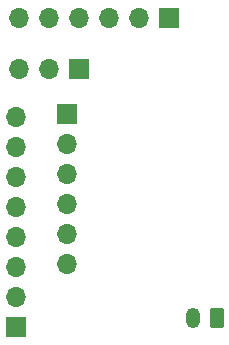
<source format=gbr>
%TF.GenerationSoftware,KiCad,Pcbnew,7.0.1*%
%TF.CreationDate,2023-11-12T22:26:15+01:00*%
%TF.ProjectId,pcbIOT,70636249-4f54-42e6-9b69-6361645f7063,rev?*%
%TF.SameCoordinates,Original*%
%TF.FileFunction,Soldermask,Bot*%
%TF.FilePolarity,Negative*%
%FSLAX46Y46*%
G04 Gerber Fmt 4.6, Leading zero omitted, Abs format (unit mm)*
G04 Created by KiCad (PCBNEW 7.0.1) date 2023-11-12 22:26:15*
%MOMM*%
%LPD*%
G01*
G04 APERTURE LIST*
G04 Aperture macros list*
%AMRoundRect*
0 Rectangle with rounded corners*
0 $1 Rounding radius*
0 $2 $3 $4 $5 $6 $7 $8 $9 X,Y pos of 4 corners*
0 Add a 4 corners polygon primitive as box body*
4,1,4,$2,$3,$4,$5,$6,$7,$8,$9,$2,$3,0*
0 Add four circle primitives for the rounded corners*
1,1,$1+$1,$2,$3*
1,1,$1+$1,$4,$5*
1,1,$1+$1,$6,$7*
1,1,$1+$1,$8,$9*
0 Add four rect primitives between the rounded corners*
20,1,$1+$1,$2,$3,$4,$5,0*
20,1,$1+$1,$4,$5,$6,$7,0*
20,1,$1+$1,$6,$7,$8,$9,0*
20,1,$1+$1,$8,$9,$2,$3,0*%
G04 Aperture macros list end*
%ADD10R,1.700000X1.700000*%
%ADD11O,1.700000X1.700000*%
%ADD12RoundRect,0.250000X0.350000X0.625000X-0.350000X0.625000X-0.350000X-0.625000X0.350000X-0.625000X0*%
%ADD13O,1.200000X1.750000*%
G04 APERTURE END LIST*
D10*
%TO.C,J5*%
X123698000Y-60960000D03*
D11*
X121158000Y-60960000D03*
X118618000Y-60960000D03*
X116078000Y-60960000D03*
X113538000Y-60960000D03*
X110998000Y-60960000D03*
%TD*%
D12*
%TO.C,J1*%
X127746000Y-86402000D03*
D13*
X125746000Y-86402000D03*
%TD*%
D10*
%TO.C,J4*%
X115062000Y-69088000D03*
D11*
X115062000Y-71628000D03*
X115062000Y-74168000D03*
X115062000Y-76708000D03*
X115062000Y-79248000D03*
X115062000Y-81788000D03*
%TD*%
D10*
%TO.C,J2*%
X110719000Y-87107000D03*
D11*
X110719000Y-84567000D03*
X110719000Y-82027000D03*
X110719000Y-79487000D03*
X110719000Y-76947000D03*
X110719000Y-74407000D03*
X110719000Y-71867000D03*
X110719000Y-69327000D03*
%TD*%
D10*
%TO.C,J3*%
X116078000Y-65278000D03*
D11*
X113538000Y-65278000D03*
X110998000Y-65278000D03*
%TD*%
M02*

</source>
